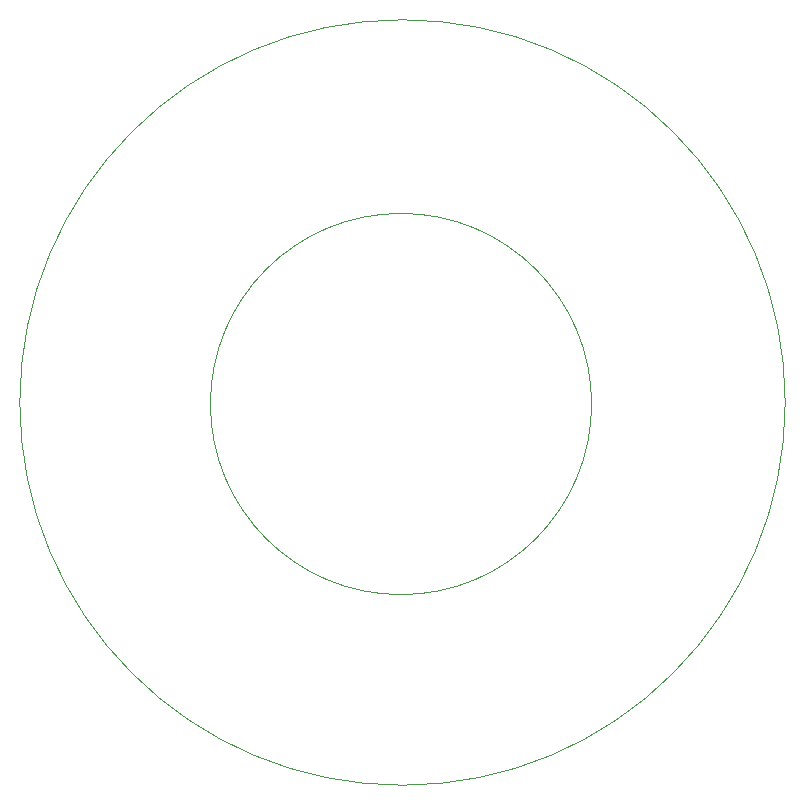
<source format=gbr>
G04 #@! TF.GenerationSoftware,KiCad,Pcbnew,(5.0.1)-4*
G04 #@! TF.CreationDate,2020-03-01T18:01:36+00:00*
G04 #@! TF.ProjectId,neopixels,6E656F706978656C732E6B696361645F,rev?*
G04 #@! TF.SameCoordinates,PX463f660PY4718708*
G04 #@! TF.FileFunction,Profile,NP*
%FSLAX46Y46*%
G04 Gerber Fmt 4.6, Leading zero omitted, Abs format (unit mm)*
G04 Created by KiCad (PCBNEW (5.0.1)-4) date 01/03/2020 18:01:36*
%MOMM*%
%LPD*%
G01*
G04 APERTURE LIST*
%ADD10C,0.100000*%
G04 APERTURE END LIST*
D10*
X32532164Y127000D02*
G75*
G03X32532164Y127000I-32405164J0D01*
G01*
X16136998Y0D02*
G75*
G03X16136998Y0I-16136998J0D01*
G01*
M02*

</source>
